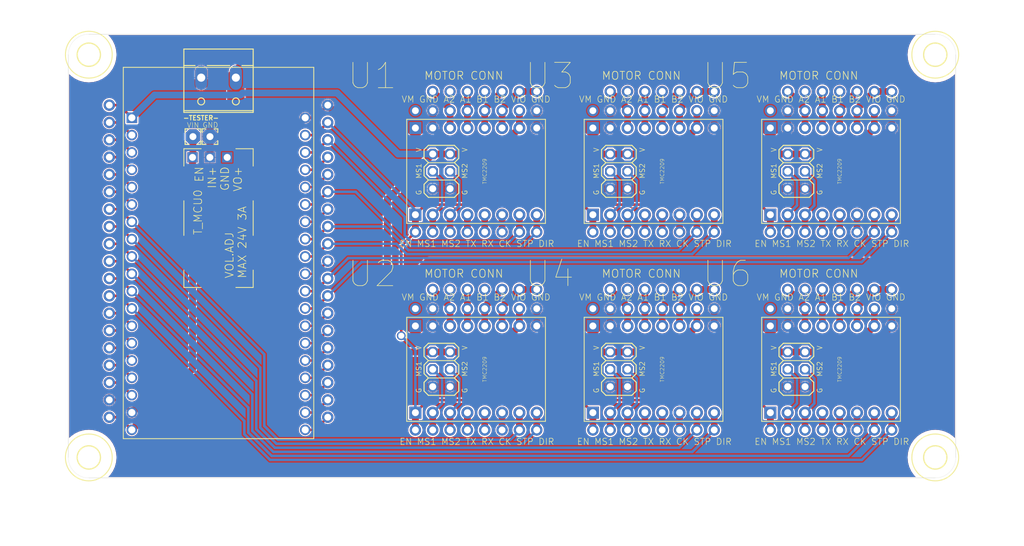
<source format=kicad_pcb>
(kicad_pcb (version 20211014) (generator pcbnew)
  (layers (0 "F.Cu" signal) (31 "B.Cu" signal) (34 "B.Paste" user) (35 "F.Paste" user) (36 "B.SilkS" user "B.Silkscreen") (37 "F.SilkS" user "F.Silkscreen") (38 "B.Mask" user) (39 "F.Mask" user) (44 "Edge.Cuts" user))
  (net 0 "")
  (net 1 "GND")
  (net 2 "VIN")
  (net 3 "EN")
  (net 4 "TX")
  (net 5 "RX")
  (net 6 "F_STEP")
  (net 7 "F_DIR")
  (net 8 "3V3")
  (net 9 "A2")
  (net 10 "A1")
  (net 11 "B1")
  (net 12 "B2")
  (net 13 "N$5")
  (net 14 "5V")
  (net 15 "N$8")
  (net 16 "N$9")
  (net 17 "N$10")
  (net 18 "N$11")
  (net 19 "N$12")
  (net 20 "N$19")
  (net 21 "N$20")
  (net 22 "N$21")
  (net 23 "N$22")
  (net 24 "N$23")
  (net 25 "N$25")
  (net 26 "N$26")
  (net 27 "N$27")
  (net 28 "N$28")
  (net 29 "N$29")
  (net 30 "N$30")
  (net 31 "N$33")
  (net 32 "N$36")
  (net 33 "N$38")
  (net 34 "N$4")
  (net 35 "TX2")
  (net 36 "RX2")
  (net 37 "A5")
  (net 38 "A6")
  (net 39 "B5")
  (net 40 "B6")
  (net 41 "N$7")
  (net 42 "TX3")
  (net 43 "RX3")
  (net 44 "A7")
  (net 45 "A8")
  (net 46 "B7")
  (net 47 "B8")
  (net 48 "N$24")
  (net 49 "TX5")
  (net 50 "RX5")
  (net 51 "A11")
  (net 52 "A12")
  (net 53 "B11")
  (net 54 "B12")
  (net 55 "N$43")
  (net 56 "TX7")
  (net 57 "RX7")
  (net 58 "A15")
  (net 59 "A16")
  (net 60 "B15")
  (net 61 "B16")
  (net 62 "N$45")
  (net 63 "TX9")
  (net 64 "RX9")
  (net 65 "A19")
  (net 66 "A20")
  (net 67 "B19")
  (net 68 "B20")
  (net 69 "N$47")
  (net 70 "A_MS1")
  (net 71 "A_MS2")
  (net 72 "A_STEP")
  (net 73 "A_DIR")
  (net 74 "B_MS1")
  (net 75 "B_MS2")
  (net 76 "B_STEP")
  (net 77 "B_DIR")
  (net 78 "D_MS1")
  (net 79 "D_MS2")
  (net 80 "D_STEP")
  (net 81 "D_DIR")
  (net 82 "C_MS1")
  (net 83 "C_MS2")
  (net 84 "C_STEP")
  (net 85 "C_DIR")
  (net 86 "E_MS1")
  (net 87 "E_MS2")
  (net 88 "E_STEP")
  (net 89 "E_DIR")
  (net 90 "F_MS1")
  (net 91 "F_MS2")
  (net 92 "P$444")
  (footprint "OST:3,2" (layer "F.Cu") (at 86.5011 134.5036)
    (fp_text reference "H3" hide)
    (fp_text value "MOUNT-HOLE3.2" hide)
  )
  (footprint "OST:3,2" (layer "F.Cu") (at 210.5011 75.5036 180)
    (fp_text reference "H2" hide)
    (fp_text value "MOUNT-HOLE3.2" hide)
  )
  (footprint "OST:19" (layer "F.Cu") (at 89.5011 128.6136 180)
    (fp_text reference "U$2" hide)
    (fp_text value "PINHD_1X19" hide)
  )
  (footprint "OST:MA03-2" (layer "F.Cu") (at 138.1511 121.5936 90)
    (fp_text reference "U$13" hide)
    (fp_text value "PINHD_3X2" hide)
  )
  (footprint "OST:W237-132" (layer "F.Cu") (at 105.5011 79.5036 180)
    (fp_text reference "X1" hide)
    (fp_text value "")
  )
  (footprint "OST:7" (layer "F.Cu") (at 136.8811 80.8936 90)
    (fp_text reference "U$6" hide)
    (fp_text value "PINHD_1X7" hide)
  )
  (footprint "OST:7" (layer "F.Cu") (at 188.8811 80.8936 90)
    (fp_text reference "U$26" hide)
    (fp_text value "PINHD_1X7" hide)
  )
  (footprint "OST:3,2" (layer "F.Cu") (at 210.5011 134.5036 180)
    (fp_text reference "H1" hide)
    (fp_text value "MOUNT-HOLE3.2" hide)
  )
  (footprint "OST:7" (layer "F.Cu") (at 188.8811 109.8936 90)
    (fp_text reference "U$42" hide)
    (fp_text value "PINHD_1X7" hide)
  )
  (footprint "OST:8" (layer "F.Cu") (at 160.3411 83.7036 90)
    (fp_text reference "U$15" hide)
    (fp_text value "PINHD_1X8" hide)
  )
  (footprint "OST:8" (layer "F.Cu") (at 178.1211 130.4836 -90)
    (fp_text reference "U$32" hide)
    (fp_text value "PINHD_1X8" hide)
  )
  (footprint "OST:TMC2209" (layer "F.Cu") (at 143.2311 92.5936 90)
    (fp_text reference "U1")
    (fp_text value "TMC2209_V3.1" hide)
  )
  (footprint "OST:8" (layer "F.Cu") (at 178.1211 101.4836 -90)
    (fp_text reference "U$16" hide)
    (fp_text value "PINHD_1X8" hide)
  )
  (footprint "OST:TMC2209" (layer "F.Cu") (at 143.2311 121.5936 90)
    (fp_text reference "U2")
    (fp_text value "TMC2209_V3.1" hide)
  )
  (footprint "OST:2,15_1,0" (layer "F.Cu") (at 101.7511 87.5036)
    (fp_text reference "PAD17" hide)
    (fp_text value "")
  )
  (footprint "OST:8" (layer "F.Cu") (at 152.1211 130.4836 -90)
    (fp_text reference "U$12" hide)
    (fp_text value "PINHD_1X8" hide)
  )
  (footprint "OST:TMC2209" (layer "F.Cu") (at 195.2311 92.5936 90)
    (fp_text reference "U5")
    (fp_text value "TMC2209_V3.1" hide)
  )
  (footprint "OST:MA03-2" (layer "F.Cu") (at 190.1511 92.5936 90)
    (fp_text reference "U$25" hide)
    (fp_text value "PINHD_3X2" hide)
  )
  (footprint "OST:8" (layer "F.Cu") (at 152.1211 101.4836 -90)
    (fp_text reference "U$4" hide)
    (fp_text value "PINHD_1X8" hide)
  )
  (footprint "OST:MA03-2" (layer "F.Cu") (at 164.1511 121.5936 90)
    (fp_text reference "U$33" hide)
    (fp_text value "PINHD_3X2" hide)
  )
  (footprint "OST:2,15_1,0" (layer "F.Cu") (at 104.2511 87.5036)
    (fp_text reference "PAD16" hide)
    (fp_text value "")
  )
  (footprint "OST:8" (layer "F.Cu") (at 186.3411 112.7036 90)
    (fp_text reference "U$39" hide)
    (fp_text value "PINHD_1X8" hide)
  )
  (footprint "OST:19" (layer "F.Cu") (at 121.5011 82.8936)
    (fp_text reference "U$1" hide)
    (fp_text value "PINHD_1X19" hide)
  )
  (footprint "OST:TMC2209" (layer "F.Cu") (at 195.2311 121.5936 90)
    (fp_text reference "U6")
    (fp_text value "TMC2209_V3.1" hide)
  )
  (footprint "OST:FREEVOL" (layer "F.Cu") (at 105.5011 99.4386 -90)
    (fp_text reference "T_MCU0")
    (fp_text value "VOL_ADJ" hide)
  )
  (footprint "OST:7" (layer "F.Cu") (at 136.8811 109.8936 90)
    (fp_text reference "U$14" hide)
    (fp_text value "PINHD_1X7" hide)
  )
  (footprint "OST:MODULE_ESP32-DEVKITC-32D" (layer "F.Cu") (at 105.5011 104.5036)
    (fp_text reference "MCU0" hide)
    (fp_text value "ESP32-DEVKITC-32D")
  )
  (footprint "OST:8" (layer "F.Cu") (at 204.1211 130.4836 -90)
    (fp_text reference "U$40" hide)
    (fp_text value "PINHD_1X8" hide)
  )
  (footprint "OST:MA03-2" (layer "F.Cu") (at 138.1511 92.5936 90)
    (fp_text reference "U$5" hide)
    (fp_text value "PINHD_3X2" hide)
  )
  (footprint "OST:8" (layer "F.Cu") (at 134.3411 83.7036 90)
    (fp_text reference "U$3" hide)
    (fp_text value "PINHD_1X8" hide)
  )
  (footprint "OST:8" (layer "F.Cu") (at 160.3411 112.7036 90)
    (fp_text reference "U$31" hide)
    (fp_text value "PINHD_1X8" hide)
  )
  (footprint "OST:8" (layer "F.Cu") (at 204.1211 101.4836 -90)
    (fp_text reference "U$24" hide)
    (fp_text value "PINHD_1X8" hide)
  )
  (footprint "OST:8" (layer "F.Cu") (at 134.3411 112.7036 90)
    (fp_text reference "U$11" hide)
    (fp_text value "PINHD_1X8" hide)
  )
  (footprint "OST:TMC2209" (layer "F.Cu") (at 169.2311 92.5936 90)
    (fp_text reference "U3")
    (fp_text value "TMC2209_V3.1" hide)
  )
  (footprint "OST:MA03-2" (layer "F.Cu") (at 164.1511 92.5936 90)
    (fp_text reference "U$17" hide)
    (fp_text value "PINHD_3X2" hide)
  )
  (footprint "OST:3,2" (layer "F.Cu") (at 86.5011 75.5036)
    (fp_text reference "H4" hide)
    (fp_text value "MOUNT-HOLE3.2" hide)
  )
  (footprint "OST:MA03-2" (layer "F.Cu") (at 190.1511 121.5936 90)
    (fp_text reference "U$41" hide)
    (fp_text value "PINHD_3X2" hide)
  )
  (footprint "OST:TMC2209" (layer "F.Cu") (at 169.2311 121.5936 90)
    (fp_text reference "U4")
    (fp_text value "TMC2209_V3.1" hide)
  )
  (footprint "OST:8" (layer "F.Cu") (at 186.3411 83.7036 90)
    (fp_text reference "U$23" hide)
    (fp_text value "PINHD_1X8" hide)
  )
  (footprint "OST:7" (layer "F.Cu") (at 162.8811 80.8936 90)
    (fp_text reference "U$18" hide)
    (fp_text value "PINHD_1X7" hide)
  )
  (footprint "OST:7" (layer "F.Cu") (at 162.8811 109.8936 90)
    (fp_text reference "U$34" hide)
    (fp_text value "PINHD_1X7" hide)
  )
  (gr_arc (start 213.5011 134.5036) (mid 212.62242 136.62492) (end 210.5011 137.5036) (layer "Edge.Cuts") (width 0.0254))
  (gr_arc (start 83.5011 75.5036) (mid 84.37978 73.38228) (end 86.5011 72.5036) (layer "Edge.Cuts") (width 0.0254))
  (gr_line (start 86.5011 137.5036) (end 210.5011 137.5036) (layer "Edge.Cuts") (width 0.05))
  (gr_line (start 83.5011 75.5036) (end 83.5011 134.5036) (layer "Edge.Cuts") (width 0.05))
  (gr_line (start 210.5011 72.5036) (end 86.5011 72.5036) (layer "Edge.Cuts") (width 0.05))
  (gr_arc (start 210.5011 72.5036) (mid 212.62242 73.38228) (end 213.5011 75.5036) (layer "Edge.Cuts") (width 0.0254))
  (gr_arc (start 86.5011 137.5036) (mid 84.37978 136.62492) (end 83.5011 134.5036) (layer "Edge.Cuts") (width 0.0254))
  (gr_line (start 213.5011 134.5036) (end 213.5011 75.5036) (layer "Edge.Cuts") (width 0.05))
  (gr_text "EN MS1 MS2 TX RX CK STP DIR" (at 169.3561 103.1936) (layer "F.SilkS") (effects (font (size 0.93472 0.93472) (thickness 0.08128))))
  (gr_text "" (at 105.2261 129.0386) (layer "F.SilkS") (effects (font (size 0.93472 0.93472) (thickness 0.08128)) (justify left)))
  (gr_text "MOTOR CONN" (at 141.4371 78.5744) (layer "F.SilkS") (effects (font (size 1.1684 1.1684) (thickness 0.1016))))
  (gr_text "EN MS1 MS2 TX RX CK STP DIR" (at 195.3561 132.1936) (layer "F.SilkS") (effects (font (size 0.93472 0.93472) (thickness 0.08128))))
  (gr_text "MOTOR CONN" (at 193.4371 78.5744) (layer "F.SilkS") (effects (font (size 1.1684 1.1684) (thickness 0.1016))))
  (gr_text "MOTOR CONN" (at 167.4371 107.5744) (layer "F.SilkS") (effects (font (size 1.1684 1.1684) (thickness 0.1016))))
  (gr_text "MOTOR CONN" (at 167.4371 78.5744) (layer "F.SilkS") (effects (font (size 1.1684 1.1684) (thickness 0.1016))))
  (gr_text "EN MS1 MS2 TX RX CK STP DIR" (at 143.3561 103.1936) (layer "F.SilkS") (effects (font (size 0.93472 0.93472) (thickness 0.08128))))
  (gr_text "VM GND A2 A1 B1 B2 VIO GND" (at 195.2261 111.0386) (layer "F.SilkS") (effects (font (size 0.93472 0.93472) (thickness 0.08128))))
  (gr_text "VIN" (at 101.7661 85.8338) (layer "F.SilkS") (effects (font (size 0.747776 0.747776) (thickness 0.065024))))
  (gr_text "VM GND A2 A1 B1 B2 VIO GND" (at 143.2261 111.0386) (layer "F.SilkS") (effects (font (size 0.93472 0.93472) (thickness 0.08128))))
  (gr_text "MOTOR CONN" (at 141.4371 107.5744) (layer "F.SilkS") (effects (font (size 1.1684 1.1684) (thickness 0.1016))))
  (gr_text "VM GND A2 A1 B1 B2 VIO GND" (at 195.2261 82.0386) (layer "F.SilkS") (effects (font (size 0.93472 0.93472) (thickness 0.08128))))
  (gr_text "GND" (at 104.3061 85.8084) (layer "F.SilkS") (effects (font (size 0.747776 0.747776) (thickness 0.065024))))
  (gr_text "EN MS1 MS2 TX RX CK STP DIR" (at 195.3561 103.1936) (layer "F.SilkS") (effects (font (size 0.93472 0.93472) (thickness 0.08128))))
  (gr_text "EN MS1 MS2 TX RX CK STP DIR" (at 143.3561 132.1936) (layer "F.SilkS") (effects (font (size 0.93472 0.93472) (thickness 0.08128))))
  (gr_text "EN MS1 MS2 TX RX CK STP DIR" (at 169.3561 132.1936) (layer "F.SilkS") (effects (font (size 0.93472 0.93472) (thickness 0.08128))))
  (gr_text "VM GND A2 A1 B1 B2 VIO GND" (at 143.2261 82.0386) (layer "F.SilkS") (effects (font (size 0.93472 0.93472) (thickness 0.08128))))
  (gr_text "MOTOR CONN" (at 193.4371 107.5744) (layer "F.SilkS") (effects (font (size 1.1684 1.1684) (thickness 0.1016))))
  (gr_text "VM GND A2 A1 B1 B2 VIO GND" (at 169.2261 111.0386) (layer "F.SilkS") (effects (font (size 0.93472 0.93472) (thickness 0.08128))))
  (gr_text "-TESTER-" (at 102.9361 84.7686) (layer "F.SilkS") (effects (font (size 0.666496 0.666496) (thickness 0.146304))))
  (gr_text "VM GND A2 A1 B1 B2 VIO GND" (at 169.2261 82.0386) (layer "F.SilkS") (effects (font (size 0.93472 0.93472) (thickness 0.08128))))
  (segment (start 121.5011 82.8936) (end 127.6971 89.0896) (width 1) (layer "F.Cu") (net 1))
  (segment (start 165.4211 95.1336) (end 188.8811 95.1336) (width 1) (layer "F.Cu") (net 1))
  (segment (start 188.8811 124.1336) (end 191.4211 124.1336) (width 1) (layer "F.Cu") (net 1))
  (segment (start 188.8811 112.7036) (end 188.8811 115.2436) (width 1) (layer "F.Cu") (net 1))
  (segment (start 162.8811 95.1336) (end 165.4211 95.1336) (width 1) (layer "F.Cu") (net 1))
  (segment (start 136.8811 83.7036) (end 136.8811 86.2436) (width 1) (layer "F.Cu") (net 1))
  (segment (start 162.8811 112.7036) (end 162.8811 115.2436) (width 1) (layer "F.Cu") (net 1))
  (segment (start 97.9791 122.7456) (end 97.9791 83.8506) (width 1) (layer "F.Cu") (net 1))
  (segment (start 191.4211 124.1336) (end 195.2311 124.1336) (width 1) (layer "F.Cu") (net 1))
  (segment (start 89.5011 126.0736) (end 90.9511 126.0736) (width 0.381) (layer "F.Cu") (net 1))
  (segment (start 204.1211 86.2436) (end 195.2311 95.1336) (width 1) (layer "F.Cu") (net 1))
  (segment (start 92.8011 127.9236) (end 97.9791 122.7456) (width 1) (layer "F.Cu") (net 1))
  (segment (start 204.1211 83.7036) (end 204.1211 86.2436) (width 1) (layer "F.Cu") (net 1))
  (segment (start 90.9511 126.0736) (end 92.8011 127.9236) (width 0.381) (layer "F.Cu") (net 1))
  (segment (start 119.6511 84.7436) (end 121.5011 82.8936) (width 0.381) (layer "F.Cu") (net 1))
  (segment (start 188.8811 124.1336) (end 165.4211 124.1336) (width 1) (layer "F.Cu") (net 1))
  (segment (start 152.1211 83.7036) (end 152.1211 86.2436) (width 1) (layer "F.Cu") (net 1))
  (segment (start 152.1211 112.7036) (end 152.1211 115.2436) (width 1) (layer "F.Cu") (net 1))
  (segment (start 136.8811 95.1336) (end 139.4211 95.1336) (width 1) (layer "F.Cu") (net 1))
  (segment (start 204.1211 112.7036) (end 204.1211 115.2436) (width 1) (layer "F.Cu") (net 1))
  (segment (start 178.1211 83.7036) (end 178.1211 86.2436) (width 1) (layer "F.Cu") (net 1))
  (segment (start 195.2311 124.1336) (end 204.1211 115.2436) (width 1) (layer "F.Cu") (net 1))
  (segment (start 162.8811 124.1336) (end 139.4211 124.1336) (width 1) (layer "F.Cu") (net 1))
  (segment (start 162.8811 124.1336) (end 165.4211 124.1336) (width 1) (layer "F.Cu") (net 1))
  (segment (start 188.8811 83.7036) (end 188.8811 86.2436) (width 1) (layer "F.Cu") (net 1))
  (segment (start 127.6971 117.9456) (end 133.8851 124.1336) (width 1) (layer "F.Cu") (net 1))
  (segment (start 104.2511 87.5036) (end 104.2511 90.5286) (width 1) (layer "F.Cu") (net 1))
  (segment (start 104.2511 90.5286) (end 104.2311 90.5486) (width 1) (layer "F.Cu") (net 1))
  (segment (start 118.2011 84.7436) (end 119.6511 84.7436) (width 0.381) (layer "F.Cu") (net 1))
  (segment (start 136.8811 124.1336) (end 139.4211 124.1336) (width 1) (layer "F.Cu") (net 1))
  (segment (start 133.8851 124.1336) (end 136.8811 124.1336) (width 1) (layer "F.Cu") (net 1))
  (segment (start 97.9791 83.8506) (end 102.9611 78.8686) (width 1) (layer "F.Cu") (net 1))
  (segment (start 102.9611 78.8686) (end 104.2511 80.1586) (width 1) (layer "F.Cu") (net 1))
  (segment (start 162.8811 83.7036) (end 162.8811 86.2436) (width 1) (layer "F.Cu") (net 1))
  (segment (start 136.8811 112.7036) (end 136.8811 115.2436) (width 1) (layer "F.Cu") (net 1))
  (segment (start 195.2311 95.1336) (end 191.4211 95.1336) (width 1) (layer "F.Cu") (net 1))
  (segment (start 127.6971 89.0896) (end 127.6971 117.9456) (width 1) (layer "F.Cu") (net 1))
  (segment (start 104.2511 80.1586) (end 104.2511 87.5036) (width 1) (layer "F.Cu") (net 1))
  (segment (start 188.8811 95.1336) (end 191.4211 95.1336) (width 1) (layer "F.Cu") (net 1))
  (segment (start 178.1211 112.7036) (end 178.1211 115.2436) (width 1) (layer "F.Cu") (net 1))
  (segment (start 139.4211 95.1336) (end 162.8811 95.1336) (width 1) (layer "F.Cu") (net 1))
  (segment (start 188.8811 86.2436) (end 188.8811 86.9876) (width 1) (layer "B.Cu") (net 1))
  (segment (start 204.1211 112.7036) (end 204.1211 112.073475) (width 1) (layer "B.Cu") (net 1))
  (segment (start 138.812387 116.8866) (end 153.7641 116.8866) (width 1) (layer "B.Cu") (net 1))
  (segment (start 115.4411 87.5036) (end 118.2011 84.7436) (width 1) (layer "B.Cu") (net 1))
  (segment (start 205.7133 110.481275) (end 205.7133 98.284088) (width 1) (layer "B.Cu") (net 1))
  (segment (start 162.8811 86.2436) (end 163.169387 86.2436) (width 1) (layer "B.Cu") (net 1))
  (segment (start 164.812387 87.8866) (end 153.7641 87.8866) (width 1) (layer "B.Cu") (net 1))
  (segment (start 153.7641 116.8866) (end 152.1211 115.2436) (width 1) (layer "B.Cu") (net 1))
  (segment (start 136.8811 115.2436) (end 137.169387 115.2436) (width 1) (layer "B.Cu") (net 1))
  (segment (start 204.1211 96.691888) (end 204.1211 86.2436) (width 1) (layer "B.Cu") (net 1))
  (segment (start 164.812387 87.8866) (end 179.7641 87.8866) (width 1) (layer "B.Cu") (net 1))
  (segment (start 190.5241 116.8866) (end 202.189812 116.8866) (width 1) (layer "B.Cu") (net 1))
  (segment (start 190.5241 116.8866) (end 188.8811 115.2436) (width 1) (layer "B.Cu") (net 1))
  (segment (start 153.7641 87.8866) (end 152.1211 86.2436) (width 1) (layer "B.Cu") (net 1))
  (segment (start 138.5241 87.8866) (end 136.8811 86.2436) (width 1) (layer "B.Cu") (net 1))
  (segment (start 104.2511 87.5036) (end 115.4411 87.5036) (width 1) (layer "B.Cu") (net 1))
  (segment (start 187.9821 87.8866) (end 202.4781 87.8866) (width 1) (layer "B.Cu") (net 1))
  (segment (start 153.7641 116.8866) (end 164.5241 116.8866) (width 1) (layer "B.Cu") (net 1))
  (segment (start 179.7641 116.8866) (end 178.1211 115.2436) (width 1) (layer "B.Cu") (net 1))
  (segment (start 202.4781 87.8866) (end 204.1211 86.2436) (width 1) (layer "B.Cu") (net 1))
  (segment (start 202.189812 116.8866) (end 203.832812 115.2436) (width 1) (layer "B.Cu") (net 1))
  (segment (start 163.169387 86.2436) (end 164.812387 87.8866) (width 1) (layer "B.Cu") (net 1))
  (segment (start 137.169387 115.2436) (end 138.812387 116.8866) (width 1) (layer "B.Cu") (net 1))
  (segment (start 179.7641 87.8866) (end 178.1211 86.2436) (width 1) (layer "B.Cu") (net 1))
  (segment (start 188.8811 86.9876) (end 187.9821 87.8866) (width 1) (layer "B.Cu") (net 1))
  (segment (start 179.7641 87.8866) (end 187.9821 87.8866) (width 1) (layer "B.Cu") (net 1))
  (segment (start 164.5241 116.8866) (end 162.8811 115.2436) (width 1) (layer "B.Cu") (net 1))
  (segment (start 203.832812 115.2436) (end 204.1211 115.2436) (width 1) (layer "B.Cu") (net 1))
  (segment (start 179.7641 116.8866) (end 190.5241 116.8866) (width 1) (layer "B.Cu") (net 1))
  (segment (start 205.7133 98.284088) (end 204.1211 96.691888) (width 1) (layer "B.Cu") (net 1))
  (segment (start 164.5241 116.8866) (end 179.7641 116.8866) (width 1) (layer "B.Cu") (net 1))
  (segment (start 153.7641 87.8866) (end 138.5241 87.8866) (width 1) (layer "B.Cu") (net 1))
  (segment (start 204.1211 112.073475) (end 205.7133 110.481275) (width 1) (layer "B.Cu") (net 1))
  (segment (start 160.3411 83.7036) (end 160.3411 86.2436) (width 2.54) (layer "F.Cu") (net 2))
  (segment (start 206.5011 106.5036) (end 188.5011 106.5036) (width 2.54) (layer "F.Cu") (net 2))
  (segment (start 183.5011 77.5036) (end 204.5011 77.5036) (width 2.54) (layer "F.Cu") (net 2))
  (segment (start 186.3411 112.7036) (end 186.3411 115.2436) (width 2.54) (layer "F.Cu") (net 2))
  (segment (start 204.5011 77.5036) (end 208.5011 81.5036) (width 2.54) (layer "F.Cu") (net 2))
  (segment (start 134.3411 80.3436) (end 131.5011 77.5036) (width 2.54) (layer "F.Cu") (net 2))
  (segment (start 108.0411 89.2786) (end 106.7711 90.5486) (width 2.54) (layer "F.Cu") (net 2))
  (segment (start 108.0411 78.8686) (end 109.4061 77.5036) (width 2.54) (layer "F.Cu") (net 2))
  (segment (start 208.5011 81.5036) (end 208.5011 104.5036) (width 2.54) (layer "F.Cu") (net 2))
  (segment (start 162.5011 106.5036) (end 136.5011 106.5036) (width 2.54) (layer "F.Cu") (net 2))
  (segment (start 131.5011 77.5036) (end 157.5011 77.5036) (width 2.54) (layer "F.Cu") (net 2))
  (segment (start 160.3411 108.6636) (end 162.5011 106.5036) (width 2.54) (layer "F.Cu") (net 2))
  (segment (start 108.0411 78.8686) (end 108.0411 89.2786) (width 2.54) (layer "F.Cu") (net 2))
  (segment (start 134.3411 108.6636) (end 134.3411 112.7036) (width 2.54) (layer "F.Cu") (net 2))
  (segment (start 160.3411 112.7036) (end 160.3411 115.2436) (width 2.54) (layer "F.Cu") (net 2))
  (segment (start 136.5011 106.5036) (end 134.3411 108.6636) (width 2.54) (layer "F.Cu") (net 2))
  (segment (start 208.5011 104.5036) (end 206.5011 106.5036) (width 2.54) (layer "F.Cu") (net 2))
  (segment (start 160.3411 112.7036) (end 160.3411 108.6636) (width 2.54) (layer "F.Cu") (net 2))
  (segment (start 109.4061 77.5036) (end 131.5011 77.5036) (width 2.54) (layer "F.Cu") (net 2))
  (segment (start 134.3411 83.7036) (end 134.3411 86.2436) (width 2.54) (layer "F.Cu") (net 2))
  (segment (start 188.5011 106.5036) (end 162.5011 106.5036) (width 2.54) (layer "F.Cu") (net 2))
  (segment (start 157.5011 77.5036) (end 183.5011 77.5036) (width 2.54) (layer "F.Cu") (net 2))
  (segment (start 160.3411 83.7036) (end 160.3411 80.3436) (width 2.54) (layer "F.Cu") (net 2))
  (segment (start 186.3411 108.6636) (end 188.5011 106.5036) (width 2.54) (layer "F.Cu") (net 2))
  (segment (start 134.3411 112.7036) (end 134.3411 115.2436) (width 2.54) (layer "F.Cu") (net 2))
  (segment (start 186.3411 83.7036) (end 186.3411 86.2436) (width 2.54) (layer "F.Cu") (net 2))
  (segment (start 160.3411 80.3436) (end 157.5011 77.5036) (width 2.54) (layer "F.Cu") (net 2))
  (segment (start 134.3411 83.7036) (end 134.3411 80.3436) (width 2.54) (layer "F.Cu") (net 2))
  (segment (start 186.3411 80.3436) (end 183.5011 77.5036) (width 2.54) (layer "F.Cu") (net 2))
  (segment (start 186.3411 112.7036) (end 186.3411 108.6636) (width 2.54) (layer "F.Cu") (net 2))
  (segment (start 186.3411 83.7036) (end 186.3411 80.3436) (width 2.54) (layer "F.Cu") (net 2))
  (segment (start 158.8661 97.4686) (end 184.8661 97.4686) (width 0.381) (layer "F.Cu") (net 3))
  (segment (start 136.1811 126.1036) (end 158.5011 126.1036) (width 0.381) (layer "F.Cu") (net 3))
  (segment (start 184.5011 126.1036) (end 186.3411 127.9436) (width 0.381) (layer "F.Cu") (net 3))
  (segment (start 184.8661 97.4686) (end 186.3411 98.9436) (width 0.381) (layer "F.Cu") (net 3))
  (segment (start 158.5011 126.1036) (end 160.3411 127.9436) (width 0.381) (layer "F.Cu") (net 3))
  (segment (start 186.3411 98.9436) (end 186.3411 101.4836) (width 1) (layer "F.Cu") (net 3))
  (segment (start 135.8161 97.4686) (end 158.8661 97.4686) (width 0.381) (layer "F.Cu") (net 3))
  (segment (start 132.2691 103.5556) (end 132.2691 116.6756) (width 0.381) (layer "F.Cu") (net 3))
  (segment (start 134.3411 101.4836) (end 132.2691 103.5556) (width 0.381) (layer "F.Cu") (net 3))
  (segment (start 134.3411 127.9436) (end 136.1811 126.1036) (width 0.381) (layer "F.Cu") (net 3))
  (segment (start 160.3411 98.9436) (end 160.3411 101.4836) (width 1) (layer "F.Cu") (net 3))
  (segment (start 158.8661 97.4686) (end 160.3411 98.9436) (width 0.381) (layer "F.Cu") (net 3))
  (segment (start 118.2011 87.2836) (end 119.6511 87.2836) (width 0.381) (layer "F.Cu") (net 3))
  (segment (start 158.5011 126.1036) (end 184.5011 126.1036) (width 0.381) (layer "F.Cu") (net 3))
  (segment (start 134.3411 127.9436) (end 134.3411 130.4836) (width 1) (layer "F.Cu") (net 3))
  (segment (start 186.3411 127.9436) (end 186.3411 130.4836) (width 1) (layer "F.Cu") (net 3))
  (segment (start 119.6511 87.2836) (end 121.5011 85.4336) (width 0.381) (layer "F.Cu") (net 3))
  (segment (start 134.3411 98.9436) (end 134.3411 101.4836) (width 1) (layer "F.Cu") (net 3))
  (segment (start 160.3411 127.9436) (end 160.3411 130.4836) (width 1) (layer "F.Cu") (net 3))
  (segment (start 134.3411 98.9436) (end 135.8161 97.4686) (width 0.381) (layer "F.Cu") (net 3))
  (via (at 132.2691 116.6756) (size 1.2954) (drill 0.889) (layers "F.Cu" "B.Cu") (net 3))
  (segment (start 134.3411 118.7476) (end 134.3411 127.9436) (width 0.381) (layer "B.Cu") (net 3))
  (segment (start 132.2691 116.6756) (end 134.3411 118.7476) (width 0.381) (layer "B.Cu") (net 3))
  (segment (start 134.3411 98.2736) (end 134.3411 98.9436) (width 0.381) (layer "B.Cu") (net 3))
  (segment (start 121.5011 85.4336) (end 134.3411 98.2736) (width 0.381) (layer "B.Cu") (net 3))
  (segment (start 141.9611 98.9436) (end 141.9611 101.4836) (width 1) (layer "F.Cu") (net 4))
  (segment (start 144.5011 98.9436) (end 144.5011 101.4836) (width 1) (layer "F.Cu") (net 5))
  (segment (start 201.5811 127.9436) (end 201.5811 130.4836) (width 1) (layer "F.Cu") (net 6))
  (segment (start 89.5011 108.2936) (end 90.9511 108.2936) (width 0.381) (layer "F.Cu") (net 6))
  (segment (start 90.9511 108.2936) (end 92.8011 110.1436) (width 0.381) (layer "F.Cu") (net 6))
  (segment (start 197.7869 134.2778) (end 201.5811 130.4836) (width 0.381) (layer "B.Cu") (net 6))
  (segment (start 92.8011 110.1436) (end 109.8663 127.2088) (width 0.381) (layer "B.Cu") (net 6))
  (segment (start 109.8663 130.85155) (end 113.29255 134.2778) (width 0.381) (layer "B.Cu") (net 6))
  (segment (start 113.29255 134.2778) (end 197.7869 134.2778) (width 0.381) (layer "B.Cu") (net 6))
  (segment (start 109.8663 127.2088) (end 109.8663 130.85155) (width 0.381) (layer "B.Cu") (net 6))
  (segment (start 204.1211 127.9436) (end 204.1211 130.4836) (width 1) (layer "F.Cu") (net 7))
  (segment (start 90.9511 110.8336) (end 92.8011 112.6836) (width 0.381) (layer "F.Cu") (net 7))
  (segment (start 89.5011 110.8336) (end 90.9511 110.8336) (width 0.381) (layer "F.Cu") (net 7))
  (segment (start 199.7411 134.8636) (end 204.1211 130.4836) (width 0.381) (layer "B.Cu") (net 7))
  (segment (start 109.2821 129.1646) (end 109.2821 131.093538) (width 0.381) (layer "B.Cu") (net 7))
  (segment (start 92.8011 112.6836) (end 109.2821 129.1646) (width 0.381) (layer "B.Cu") (net 7))
  (segment (start 113.052162 134.8636) (end 199.7411 134.8636) (width 0.381) (layer "B.Cu") (net 7))
  (segment (start 109.2821 131.093538) (end 113.052162 134.8636) (width 0.381) (layer "B.Cu") (net 7))
  (segment (start 175.5811 115.2436) (end 171.7711 119.0536) (width 1) (layer "F.Cu") (net 8))
  (segment (start 139.4211 90.0536) (end 145.7711 90.0536) (width 1) (layer "F.Cu") (net 8))
  (segment (start 165.4211 90.0536) (end 171.7711 90.0536) (width 1) (layer "F.Cu") (net 8))
  (segment (start 201.5811 112.7036) (end 201.5811 115.2436) (width 1) (layer "F.Cu") (net 8))
  (segment (start 188.8811 119.0536) (end 191.4211 119.0536) (width 1) (layer "F.Cu") (net 8))
  (segment (start 136.8811 90.0536) (end 130.2371 96.6976) (width 1) (layer "F.Cu") (net 8))
  (segment (start 201.5811 83.7036) (end 201.5811 86.2436) (width 1) (layer "F.Cu") (net 8))
  (segment (start 171.7711 90.0536) (end 175.5811 86.2436) (width 1) (layer "F.Cu") (net 8))
  (segment (start 145.7711 119.0536) (end 162.8811 119.0536) (width 1) (layer "F.Cu") (net 8))
  (segment (start 197.7711 90.0536) (end 201.5811 86.2436) (width 1) (layer "F.Cu") (net 8))
  (segment (start 171.7711 119.0536) (end 188.8811 119.0536) (width 1) (layer "F.Cu") (net 8))
  (segment (start 90.9511 82.8936) (end 92.8011 84.7436) (width 0.381) (layer "F.Cu") (net 8))
  (segment (start 188.8811 90.0536) (end 191.4211 90.0536) (width 1) (layer "F.Cu") (net 8))
  (segment (start 130.2371 116.581007) (end 132.709693 119.0536) (width 1) (layer "F.Cu") (net 8))
  (segment (start 162.8811 119.0536) (end 165.4211 119.0536) (width 1) (layer "F.Cu") (net 8))
  (segment (start 136.8811 90.0536) (end 139.4211 90.0536) (width 1) (layer "F.Cu") (net 8))
  (segment (start 136.8811 119.0536) (end 139.4211 119.0536) (width 1) (layer "F.Cu") (net 8))
  (segment (start 145.7711 90.0536) (end 162.8811 90.0536) (width 1) (layer "F.Cu") (net 8))
  (segment (start 171.7711 90.0536) (end 188.8811 90.0536) (width 1) (layer "F.Cu") (net 8))
  (segment (start 197.7711 119.0536) (end 201.5811 115.2436) (width 1) (layer "F.Cu") (net 8))
  (segment (start 175.5811 83.7036) (end 175.5811 86.2436) (width 1) (layer "F.Cu") (net 8))
  (segment (start 132.709693 119.0536) (end 136.8811 119.0536) (width 1) (layer "F.Cu") (net 8))
  (segment (start 149.5811 83.7036) (end 149.5811 86.2436) (width 1) (layer "F.Cu") (net 8))
  (segment (start 175.5811 112.7036) (end 175.5811 115.2436) (width 1) (layer "F.Cu") (net 8))
  (segment (start 191.4211 119.0536) (end 197.7711 119.0536) (width 1) (layer "F.Cu") (net 8))
  (segment (start 191.4211 90.0536) (end 197.7711 90.0536) (width 1) (layer "F.Cu") (net 8))
  (segment (start 149.5811 115.2436) (end 145.7711 119.0536) (width 1) (layer "F.Cu") (net 8))
  (segment (start 130.2371 96.6976) (end 130.2371 116.581007) (width 1) (layer "F.Cu") (net 8))
  (segment (start 149.5811 86.2436) (end 145.7711 90.0536) (width 1) (layer "F.Cu") (net 8))
  (segment (start 165.4211 119.0536) (end 171.7711 119.0536) (width 1) (layer "F.Cu") (net 8))
  (segment (start 149.5811 112.7036) (end 149.5811 115.2436) (width 1) (layer "F.Cu") (net 8))
  (segment (start 139.4211 119.0536) (end 145.7711 119.0536) (width 1) (layer "F.Cu") (net 8))
  (segment (start 162.8811 90.0536) (end 165.4211 90.0536) (width 1) (layer "F.Cu") (net 8))
  (segment (start 89.5011 82.8936) (end 90.9511 82.8936) (width 0.381) (layer "F.Cu") (net 8))
  (segment (start 122.8711 81.1156) (end 131.8091 90.0536) (width 1) (layer "B.Cu") (net 8))
  (segment (start 131.8091 90.0536) (end 136.8811 90.0536) (width 1) (layer "B.Cu") (net 8))
  (segment (start 108.724287 81.4133) (end 109.021987 81.1156) (width 1) (layer "B.Cu") (net 8))
  (segment (start 109.021987 81.1156) (end 122.8711 81.1156) (width 1) (layer "B.Cu") (net 8))
  (segment (start 92.8011 84.7436) (end 96.1314 81.4133) (width 1) (layer "B.Cu") (net 8))
  (segment (start 96.1314 81.4133) (end 108.724287 81.4133) (width 1) (layer "B.Cu") (net 8))
  (segment (start 139.4211 83.4336) (end 139.4211 83.7036) (width 1) (layer "F.Cu") (net 9))
  (segment (start 139.4211 83.7036) (end 139.4211 86.2436) (width 1) (layer "F.Cu") (net 9))
  (segment (start 136.8811 80.8936) (end 139.4211 83.4336) (width 1) (layer "F.Cu") (net 9))
  (segment (start 141.9611 83.7036) (end 141.9611 80.8936) (width 1) (layer "F.Cu") (net 10))
  (segment (start 141.9611 86.2436) (end 141.9611 83.7036) (width 1) (layer "F.Cu") (net 10))
  (segment (start 144.5011 83.4336) (end 147.0411 80.8936) (width 1) (layer "F.Cu") (net 11))
  (segment (start 144.5011 83.7036) (end 144.5011 83.4336) (width 1) (layer "F.Cu") (net 11))
  (segment (start 144.5011 86.2436) (end 144.5011 83.7036) (width 1) (layer "F.Cu") (net 11))
  (segment (start 147.0411 83.7036) (end 147.0411 83.4336) (width 1) (layer "F.Cu") (net 12))
  (segment (start 149.5811 80.8936) (end 152.1211 80.8936) (width 1) (layer "F.Cu") (net 12))
  (segment (start 147.0411 83.4336) (end 149.5811 80.8936) (width 1) (layer "F.Cu") (net 12))
  (segment (start 147.0411 86.2436) (end 147.0411 83.7036) (width 1) (layer "F.Cu") (net 12))
  (segment (start 119.6511 130.4636) (end 121.5011 128.6136) (width 0.381) (layer "F.Cu") (net 13))
  (segment (start 118.2011 130.4636) (end 119.6511 130.4636) (width 0.381) (layer "F.Cu") (net 13))
  (segment (start 90.9511 128.6136) (end 92.8011 130.4636) (width 0.381) (layer "F.Cu") (net 14))
  (segment (start 89.5011 128.6136) (end 90.9511 128.6136) (width 0.381) (layer "F.Cu") (net 14))
  (segment (start 101.6911 121.5736) (end 92.8011 130.4636) (width 1) (layer "F.Cu") (net 14))
  (segment (start 101.7511 90.4886) (end 101.6911 90.5486) (width 1) (layer "F.Cu") (net 14))
  (segment (start 101.6911 90.5486) (end 101.6911 121.5736) (width 1) (layer "F.Cu") (net 14))
  (segment (start 101.7511 87.5036) (end 101.7511 90.4886) (width 1) (layer "F.Cu") (net 14))
  (segment (start 90.9511 85.4336) (end 92.8011 87.2836) (width 0.381) (layer "F.Cu") (net 15))
  (segment (start 89.5011 85.4336) (end 90.9511 85.4336) (width 0.381) (layer "F.Cu") (net 15))
  (segment (start 90.9511 87.9736) (end 92.8011 89.8236) (width 0.381) (layer "F.Cu") (net 16))
  (segment (start 89.5011 87.9736) (end 90.9511 87.9736) (width 0.381) (layer "F.Cu") (net 16))
  (segment (start 90.9511 90.5136) (end 92.8011 92.3636) (width 0.381) (layer "F.Cu") (net 17))
  (segment (start 89.5011 90.5136) (end 90.9511 90.5136) (width 0.381) (layer "F.Cu") (net 17))
  (segment (start 89.5011 93.0536) (end 90.9511 93.0536) (width 0.381) (layer "F.Cu") (net 18))
  (segment (start 90.9511 93.0536) (end 92.8011 94.9036) (width 0.381) (layer "F.Cu") (net 18))
  (segment (start 89.5011 95.5936) (end 90.9511 95.5936) (width 0.381) (layer "F.Cu") (net 19))
  (segment (start 90.9511 95.5936) (end 92.8011 97.4436) (width 0.381) (layer "F.Cu") (net 19))
  (segment (start 90.9511 113.3736) (end 92.8011 115.2236) (width 0.381) (layer "F.Cu") (net 20))
  (segment (start 89.5011 113.3736) (end 90.9511 113.3736) (width 0.381) (layer "F.Cu") (net 20))
  (segment (start 90.9511 115.9136) (end 92.8011 117.7636) (width 0.381) (layer "F.Cu") (net 21))
  (segment (start 89.5011 115.9136) (end 90.9511 115.9136) (width 0.381) (layer "F.Cu") (net 21))
  (segment (start 89.5011 118.4536) (end 90.9511 118.4536) (width 0.381) (layer "F.Cu") (net 22))
  (segment (start 90.9511 118.4536) (end 92.8011 120.3036) (width 0.381) (layer "F.Cu") (net 22))
  (segment (start 89.5011 120.9936) (end 90.9511 120.9936) (width 0.381) (layer "F.Cu") (net 23))
  (segment (start 90.9511 120.9936) (end 92.8011 122.8436) (width 0.381) (layer "F.Cu") (net 23))
  (segment (start 90.9511 123.5336) (end 92.8011 125.3836) (width 0.381) (layer "F.Cu") (net 24))
  (segment (start 89.5011 123.5336) (end 90.9511 123.5336) (width 0.381) (layer "F.Cu") (net 24))
  (segment (start 119.6511 127.9236) (end 121.5011 126.0736) (width 0.381) (layer "F.Cu") (net 25))
  (segment (start 118.2011 127.9236) (end 119.6511 127.9236) (width 0.381) (layer "F.Cu") (net 25))
  (segment (start 119.6511 125.3836) (end 121.5011 123.5336) (width 0.381) (layer "F.Cu") (net 26))
  (segment (start 118.2011 125.3836) (end 119.6511 125.3836) (width 0.381) (layer "F.Cu") (net 26))
  (segment (start 119.6511 122.8436) (end 121.5011 120.9936) (width 0.381) (layer "F.Cu") (net 27))
  (segment (start 118.2011 122.8436) (end 119.6511 122.8436) (width 0.381) (layer "F.Cu") (net 27))
  (segment (start 118.2011 120.3036) (end 119.6511 120.3036) (width 0.381) (layer "F.Cu") (net 28))
  (segment (start 119.6511 120.3036) (end 121.5011 118.4536) (width 0.381) (layer "F.Cu") (net 28))
  (segment (start 119.6511 117.7636) (end 121.5011 115.9136) (width 0.381) (layer "F.Cu") (net 29))
  (segment (start 118.2011 117.7636) (end 119.6511 117.7636) (width 0.381) (layer "F.Cu") (net 29))
  (segment (start 119.6511 115.2236) (end 121.5011 113.3736) (width 0.381) (layer "F.Cu") (net 30))
  (segment (start 118.2011 115.2236) (end 119.6511 115.2236) (width 0.381) (layer "F.Cu") (net 30))
  (segment (start 119.6511 107.6036) (end 121.5011 105.7536) (width 0.381) (layer "F.Cu") (net 31))
  (segment (start 118.2011 107.6036) (end 119.6511 107.6036) (width 0.381) (layer "F.Cu") (net 31))
  (segment (start 118.2011 99.9836) (end 119.6511 99.9836) (width 0.381) (layer "F.Cu") (net 32))
  (segment (start 119.6511 99.9836) (end 121.5011 98.1336) (width 0.381) (layer "F.Cu") (net 32))
  (segment (start 118.2011 94.9036) (end 119.6511 94.9036) (width 0.381) (layer "F.Cu") (net 33))
  (segment (start 119.6511 94.9036) (end 121.5011 93.0536) (width 0.381) (layer "F.Cu") (net 33))
  (segment (start 147.0411 98.9436) (end 147.0411 101.4836) (width 1) (layer "F.Cu") (net 34))
  (segment (start 141.9611 127.9436) (end 141.9611 130.4836) (width 1) (layer "F.Cu") (net 35))
  (segment (start 144.5011 127.9436) (end 144.5011 130.4836) (width 1) (layer "F.Cu") (net 36))
  (segment (start 136.8811 109.8936) (end 139.4211 112.4336) (width 1) (layer "F.Cu") (net 37))
  (segment (start 139.4211 112.7036) (end 139.4211 115.2436) (width 1) (layer "F.Cu") (net 37))
  (segment (start 139.4211 112.4336) (end 139.4211 112.7036) (width 1) (layer "F.Cu") (net 37))
  (segment (start 141.9611 112.7036) (end 141.9611 109.8936) (width 1) (layer "F.Cu") (net 38))
  (segment (start 141.9611 115.2436) (end 141.9611 112.7036) (width 1) (layer "F.Cu") (net 38))
  (segment (start 144.5011 115.2436) (end 144.5011 112.7036) (width 1) (layer "F.Cu") (net 39))
  (segment (start 144.5011 112.7036) (end 144.5011 112.4336) (width 1) (layer "F.Cu") (net 39))
  (segment (start 144.5011 112.4336) (end 147.0411 109.8936) (width 1) (layer "F.Cu") (net 39))
  (segment (start 147.0411 115.2436) (end 147.0411 112.7036) (width 1) (layer "F.Cu") (net 40))
  (segment (start 149.5811 109.8936) (end 152.1211 109.8936) (width 1) (layer "F.Cu") (net 40))
  (segment (start 147.0411 112.7036) (end 147.0411 112.4336) (width 1) (layer "F.Cu") (net 40))
  (segment (start 147.0411 112.4336) (end 149.5811 109.8936) (width 1) (layer "F.Cu") (net 40))
  (segment (start 147.0411 127.9436) (end 147.0411 130.4836) (width 1) (layer "F.Cu") (net 41))
  (segment (start 167.9611 98.9436) (end 167.9611 101.4836) (width 1) (layer "F.Cu") (net 42))
  (segment (start 170.5011 98.9436) (end 170.5011 101.4836) (width 1) (layer "F.Cu") (net 43))
  (segment (start 162.8811 80.8936) (end 165.4211 83.4336) (width 1) (layer "F.Cu") (net 44))
  (segment (start 165.4211 83.7036) (end 165.4211 86.2436) (width 1) (layer "F.Cu") (net 44))
  (segment (start 165.4211 83.4336) (end 165.4211 83.7036) (width 1) (layer "F.Cu") (net 44))
  (segment (start 167.9611 86.2436) (end 167.9611 83.7036) (width 1) (layer "F.Cu") (net 45))
  (segment (start 167.9611 83.7036) (end 167.9611 80.8936) (width 1) (layer "F.Cu") (net 45))
  (segment (start 170.5011 83.4336) (end 173.0411 80.8936) (width 1) (layer "F.Cu") (net 46))
  (segment (start 170.5011 83.7036) (end 170.5011 83.4336) (width 1) (layer "F.Cu") (net 46))
  (segment (start 170.5011 86.2436) (end 170.5011 83.7036) (width 1) (layer "F.Cu") (net 46))
  (segment (start 173.0411 86.2436) (end 173.0411 83.7036) (width 1) (layer "F.Cu") (net 47))
  (segment (start 173.0411 83.4336) (end 175.5811 80.8936) (width 1) (layer "F.Cu") (net 47))
  (segment (start 173.0411 83.7036) (end 173.0411 83.4336) (width 1) (layer "F.Cu") (net 47))
  (segment (start 175.5811 80.8936) (end 178.1211 80.8936) (width 1) (layer "F.Cu") (net 47))
  (segment (start 173.0411 98.9436) (end 173.0411 101.4836) (width 1) (layer "F.Cu") (net 48))
  (segment (start 193.9611 98.9436) (end 193.9611 101.4836) (width 1) (layer "F.Cu") (net 49))
  (segment (start 196.5011 98.9436) (end 196.5011 101.4836) (width 1) (layer "F.Cu") (net 50))
  (segment (start 191.4211 83.7036) (end 191.4211 86.2436) (width 1) (layer "F.Cu") (net 51))
  (segment (start 188.8811 80.8936) (end 191.4211 83.4336) (width 1) (layer "F.Cu") (net 51))
  (segment (start 191.4211 83.4336) (end 191.4211 83.7036) (width 1) (layer "F.Cu") (net 51))
  (segment (start 193.9611 86.2436) (end 193.9611 83.7036) (width 1) (layer "F.Cu") (net 52))
  (segment (start 193.9611 83.7036) (end 193.9611 80.8936) (width 1) (layer "F.Cu") (net 52))
  (segment (start 196.5011 83.4336) (end 199.0411 80.8936) (width 1) (layer "F.Cu") (net 53))
  (segment (start 196.5011 86.2436) (end 196.5011 83.7036) (width 1) (layer "F.Cu") (net 53))
  (segment (start 196.5011 83.7036) (end 196.5011 83.4336) (width 1) (layer "F.Cu") (net 53))
  (segment (start 199.0411 83.7036) (end 199.0411 83.4336) (width 1) (layer "F.Cu") (net 54))
  (segment (start 199.0411 86.2436) (end 199.0411 83.7036) (width 1) (layer "F.Cu") (net 54))
  (segment (start 199.0411 83.4336) (end 201.5811 80.8936) (width 1) (layer "F.Cu") (net 54))
  (segment (start 201.5811 80.8936) (end 204.1211 80.8936) (width 1) (layer "F.Cu") (net 54))
  (segment (start 199.0411 98.9436) (end 199.0411 101.4836) (width 1) (layer "F.Cu") (net 55))
  (segment (start 167.9611 127.9436) (end 167.9611 130.4836) (width 1) (layer "F.Cu") (net 56))
  (segment (start 170.5011 127.9436) (end 170.5011 130.4836) (width 1) (layer "F.Cu") (net 57))
  (segment (start 165.4211 112.7036) (end 165.4211 115.2436) (width 1) (layer "F.Cu") (net 58))
  (segment (start 162.8811 109.8936) (end 165.4211 112.4336) (width 1) (layer "F.Cu") (net 58))
  (segment (start 165.4211 112.4336) (end 165.4211 112.7036) (width 1) (layer "F.Cu") (net 58))
  (segment (start 167.9611 115.2436) (end 167.9611 112.7036) (width 1) (layer "F.Cu") (net 59))
  (segment (start 167.9611 112.7036) (end 167.9611 109.8936) (width 1) (layer "F.Cu") (net 59))
  (segment (start 170.5011 115.2436) (end 170.5011 112.7036) (width 1) (layer "F.Cu") (net 60))
  (segment (start 170.5011 112.4336) (end 173.0411 109.8936) (width 1) (layer "F.Cu") (net 60))
  (segment (start 170.5011 112.7036) (end 170.5011 112.4336) (width 1) (layer "F.Cu") (net 60))
  (segment (start 173.0411 112.4336) (end 175.5811 109.8936) (width 1) (layer "F.Cu") (net 61))
  (segment (start 173.0411 112.7036) (end 173.0411 112.4336) (width 1) (layer "F.Cu") (net 61))
  (segment (start 175.5811 109.8936) (end 178.1211 109.8936) (width 1) (layer "F.Cu") (net 61))
  (segment (start 173.0411 115.2436) (end 173.0411 112.7036) (width 1) (layer "F.Cu") (net 61))
  (segment (start 173.0411 127.9436) (end 173.0411 130.4836) (width 1) (layer "F.Cu") (net 62))
  (segment (start 193.9611 127.9436) (end 193.9611 130.4836) (width 1) (layer "F.Cu") (net 63))
  (segment (start 196.5011 127.9436) (end 196.5011 130.4836) (width 1) (layer "F.Cu") (net 64))
  (segment (start 191.4211 112.4336) (end 191.4211 112.7036) (width 1) (layer "F.Cu") (net 65))
  (segment (start 191.4211 112.7036) (end 191.4211 115.2436) (width 1) (layer "F.Cu") (net 65))
  (segment (start 188.8811 109.8936) (end 191.4211 112.4336) (width 1) (layer "F.Cu") (net 65))
  (segment (start 193.9611 115.2436) (end 193.9611 112.7036) (width 1) (layer "F.Cu") (net 66))
  (segment (start 193.9611 112.7036) (end 193.9611 109.8936) (width 1) (layer "F.Cu") (net 66))
  (segment (start 196.5011 112.7036) (end 196.5011 112.4336) (width 1) (layer "F.Cu") (net 67))
  (segment (start 196.5011 115.2436) (end 196.5011 112.7036) (width 1) (layer "F.Cu") (net 67))
  (segment (start 196.5011 112.4336) (end 199.0411 109.8936) (width 1) (layer "F.Cu") (net 67))
  (segment (start 199.0411 112.4336) (end 201.5811 109.8936) (width 1) (layer "F.Cu") (net 68))
  (segment (start 199.0411 115.2436) (end 199.0411 112.7036) (width 1) (layer "F.Cu") (net 68))
  (segment (start 201.5811 109.8936) (end 204.1211 109.8936) (width 1) (layer "F.Cu") (net 68))
  (segment (start 199.0411 112.7036) (end 199.0411 112.4336) (width 1) (layer "F.Cu") (net 68))
  (segment (start 199.0411 127.9436) (end 199.0411 130.4836) (width 1) (layer "F.Cu") (net 69))
  (segment (start 136.8811 98.9436) (end 136.8811 101.4836) (width 1) (layer "F.Cu") (net 70))
  (segment (start 136.8811 98.9436) (end 138.2461 97.5786) (width 0.381) (layer "B.Cu") (net 70))
  (segment (start 136.8811 92.5936) (end 138.2461 93.9586) (width 0.381) (layer "B.Cu") (net 70))
  (segment (start 138.2461 97.5786) (end 138.2461 93.9586) (width 0.381) (layer "B.Cu") (net 70))
  (segment (start 139.4211 98.9436) (end 139.4211 101.4836) (width 1) (layer "F.Cu") (net 71))
  (segment (start 140.7861 93.9586) (end 139.4211 92.5936) (width 0.381) (layer "B.Cu") (net 71))
  (segment (start 140.7861 97.5786) (end 140.7861 93.9586) (width 0.381) (layer "B.Cu") (net 71))
  (segment (start 139.4211 98.9436) (end 140.7861 97.5786) (width 0.381) (layer "B.Cu") (net 71))
  (segment (start 149.5811 98.9436) (end 149.5811 101.4836) (width 1) (layer "F.Cu") (net 72))
  (segment (start 119.6511 89.8236) (end 121.5011 87.9736) (width 0.381) (layer "F.Cu") (net 72))
  (segment (start 118.2011 89.8236) (end 119.6511 89.8236) (width 0.381) (layer "F.Cu") (net 72))
  (segment (start 132.7771 99.2496) (end 132.7771 101.9436) (width 0.381) (layer "B.Cu") (net 72))
  (segment (start 132.7771 101.9436) (end 133.7931 102.9596) (width 0.381) (layer "B.Cu") (net 72))
  (segment (start 148.1051 102.9596) (end 149.5811 101.4836) (width 0.381) (layer "B.Cu") (net 72))
  (segment (start 133.7931 102.9596) (end 148.1051 102.9596) (width 0.381) (layer "B.Cu") (net 72))
  (segment (start 121.5011 87.9736) (end 132.7771 99.2496) (width 0.381) (layer "B.Cu") (net 72))
  (segment (start 152.1211 98.9436) (end 152.1211 101.4836) (width 1) (layer "F.Cu") (net 73))
  (segment (start 119.6511 97.4436) (end 121.5011 95.5936) (width 0.381) (layer "F.Cu") (net 73))
  (segment (start 118.2011 97.4436) (end 119.6511 97.4436) (width 0.381) (layer "F.Cu") (net 73))
  (segment (start 125.600912 95.5936) (end 133.551112 103.5438) (width 0.381) (layer "B.Cu") (net 73))
  (segment (start 121.5011 95.5936) (end 125.600912 95.5936) (width 0.381) (layer "B.Cu") (net 73))
  (segment (start 133.551112 103.5438) (end 150.0609 103.5438) (width 0.381) (layer "B.Cu") (net 73))
  (segment (start 150.0609 103.5438) (end 152.1211 101.4836) (width 0.381) (layer "B.Cu") (net 73))
  (segment (start 136.8811 127.9436) (end 136.8811 130.4836) (width 1) (layer "F.Cu") (net 74))
  (segment (start 138.2461 126.5786) (end 138.2461 122.9586) (width 0.381) (layer "B.Cu") (net 74))
  (segment (start 136.8811 127.9436) (end 138.2461 126.5786) (width 0.381) (layer "B.Cu") (net 74))
  (segment (start 136.8811 121.5936) (end 138.2461 122.9586) (width 0.381) (layer "B.Cu") (net 74))
  (segment (start 139.4211 127.9436) (end 139.4211 130.4836) (width 1) (layer "F.Cu") (net 75))
  (segment (start 139.4211 127.9436) (end 140.7861 126.5786) (width 0.381) (layer "B.Cu") (net 75))
  (segment (start 139.4211 121.5936) (end 140.7861 122.9586) (width 0.381) (layer "B.Cu") (net 75))
  (segment (start 140.7861 122.9586) (end 140.7861 126.5786) (width 0.381) (layer "B.Cu") (net 75))
  (segment (start 89.5011 98.1336) (end 90.9511 98.1336) (width 0.381) (layer "F.Cu") (net 76))
  (segment (start 149.5811 127.9436) (end 149.5811 130.4836) (width 1) (layer "F.Cu") (net 76))
  (segment (start 90.9511 98.1336) (end 92.8011 99.9836) (width 0.381) (layer "F.Cu") (net 76))
  (segment (start 148.2711 131.9156) (end 149.5811 130.6056) (width 0.381) (layer "B.Cu") (net 76))
  (segment (start 112.2031 119.3856) (end 112.2031 129.8836) (width 0.381) (layer "B.Cu") (net 76))
  (segment (start 114.2351 131.9156) (end 148.2711 131.9156) (width 0.381) (layer "B.Cu") (net 76))
  (segment (start 149.5811 130.6056) (end 149.5811 130.4836) (width 0.381) (layer "B.Cu") (net 76))
  (segment (start 92.8011 99.9836) (end 112.2031 119.3856) (width 0.381) (layer "B.Cu") (net 76))
  (segment (start 112.2031 129.8836) (end 114.2351 131.9156) (width 0.381) (layer "B.Cu") (net 76))
  (segment (start 89.5011 100.6736) (end 90.9511 100.6736) (width 0.381) (layer "F.Cu") (net 77))
  (segment (start 152.1211 127.9436) (end 152.1211 130.4836) (width 1) (layer "F.Cu") (net 77))
  (segment (start 90.9511 100.6736) (end 92.8011 102.5236) (width 0.381) (layer "F.Cu") (net 77))
  (segment (start 111.6189 130.125588) (end 113.993112 132.4998) (width 0.381) (layer "B.Cu") (net 77))
  (segment (start 111.6189 121.3414) (end 111.6189 130.125588) (width 0.381) (layer "B.Cu") (net 77))
  (segment (start 150.1049 132.4998) (end 152.1211 130.4836) (width 0.381) (layer "B.Cu") (net 77))
  (segment (start 113.993112 132.4998) (end 150.1049 132.4998) (width 0.381) (layer "B.Cu") (net 77))
  (segment (start 92.8011 102.5236) (end 111.6189 121.3414) (width 0.381) (layer "B.Cu") (net 77))
  (segment (start 162.8811 127.9436) (end 162.8811 130.4836) (width 1) (layer "F.Cu") (net 78))
  (segment (start 162.8811 127.9436) (end 164.2461 126.5786) (width 0.381) (layer "B.Cu") (net 78))
  (segment (start 164.2461 126.5786) (end 164.2461 122.9586) (width 0.381) (layer "B.Cu") (net 78))
  (segment (start 162.8811 121.5936) (end 164.2461 122.9586) (width 0.381) (layer "B.Cu") (net 78))
  (segment (start 165.4211 127.9436) (end 165.4211 130.4836) (width 1) (layer "F.Cu") (net 79))
  (segment (start 166.7861 126.5786) (end 166.7861 122.9586) (width 0.381) (layer "B.Cu") (net 79))
  (segment (start 166.7861 122.9586) (end 165.4211 121.5936) (width 0.381) (layer "B.Cu") (net 79))
  (segment (start 165.4211 127.9436) (end 166.7861 126.5786) (width 0.381) (layer "B.Cu") (net 79))
  (segment (start 175.5811 127.9436) (end 175.5811 130.4836) (width 1) (layer "F.Cu") (net 80))
  (segment (start 89.5011 103.2136) (end 90.9511 103.2136) (width 0.381) (layer "F.Cu") (net 80))
  (segment (start 90.9511 103.2136) (end 92.8011 105.0636) (width 0.381) (layer "F.Cu") (net 80))
  (segment (start 111.0347 130.367575) (end 113.751125 133.084) (width 0.381) (layer "B.Cu") (net 80))
  (segment (start 172.9807 133.084) (end 175.5811 130.4836) (width 0.381) (layer "B.Cu") (net 80))
  (segment (start 92.8011 105.0636) (end 111.0347 123.2972) (width 0.381) (layer "B.Cu") (net 80))
  (segment (start 111.0347 123.2972) (end 111.0347 130.367575) (width 0.381) (layer "B.Cu") (net 80))
  (segment (start 113.751125 133.084) (end 172.9807 133.084) (width 0.381) (layer "B.Cu") (net 80))
  (segment (start 178.1211 127.9436) (end 178.1211 130.4836) (width 1) (layer "F.Cu") (net 81))
  (segment (start 90.9511 105.7536) (end 92.8011 107.6036) (width 0.381) (layer "F.Cu") (net 81))
  (segment (start 89.5011 105.7536) (end 90.9511 105.7536) (width 0.381) (layer "F.Cu") (net 81))
  (segment (start 110.4505 130.609563) (end 113.534537 133.6936) (width 0.381) (layer "B.Cu") (net 81))
  (segment (start 92.8011 107.6036) (end 110.4505 125.253) (width 0.381) (layer "B.Cu") (net 81))
  (segment (start 113.534537 133.6936) (end 174.9111 133.6936) (width 0.381) (layer "B.Cu") (net 81))
  (segment (start 174.9111 133.6936) (end 178.1211 130.4836) (width 0.381) (layer "B.Cu") (net 81))
  (segment (start 110.4505 125.253) (end 110.4505 130.609563) (width 0.381) (layer "B.Cu") (net 81))
  (segment (start 162.8811 98.9436) (end 162.8811 101.4836) (width 1) (layer "F.Cu") (net 82))
  (segment (start 162.8811 98.9436) (end 164.2461 97.5786) (width 0.381) (layer "B.Cu") (net 82))
  (segment (start 164.2461 97.5786) (end 164.2461 93.9586) (width 0.381) (layer "B.Cu") (net 82))
  (segment (start 162.8811 92.5936) (end 164.2461 93.9586) (width 0.381) (layer "B.Cu") (net 82))
  (segment (start 165.4211 98.9436) (end 165.4211 101.4836) (width 1) (layer "F.Cu") (net 83))
  (segment (start 166.7861 97.5786) (end 166.7861 93.9586) (width 0.381) (layer "B.Cu") (net 83))
  (segment (start 165.4211 98.9436) (end 166.7861 97.5786) (width 0.381) (layer "B.Cu") (net 83))
  (segment (start 166.7861 93.9586) (end 165.4211 92.5936) (width 0.381) (layer "B.Cu") (net 83))
  (segment (start 175.5811 98.9436) (end 175.5811 101.4836) (width 1) (layer "F.Cu") (net 84))
  (segment (start 119.6511 102.5236) (end 121.5011 100.6736) (width 0.381) (layer "F.Cu") (net 84))
  (segment (start 118.2011 102.5236) (end 119.6511 102.5236) (width 0.381) (layer "F.Cu") (net 84))
  (segment (start 133.309125 104.128) (end 172.9367 104.128) (width 0.381) (layer "B.Cu") (net 84))
  (segment (start 172.9367 104.128) (end 175.5811 101.4836) (width 0.381) (layer "B.Cu") (net 84))
  (segment (start 121.5011 100.6736) (end 129.854725 100.6736) (width 0.381) (layer "B.Cu") (net 84))
  (segment (start 129.854725 100.6736) (end 133.309125 104.128) (width 0.381) (layer "B.Cu") (net 84))
  (segment (start 119.6511 105.0636) (end 121.5011 103.2136) (width 0.381) (layer "F.Cu") (net 85))
  (segment (start 178.1211 98.9436) (end 178.1211 101.4836) (width 1) (layer "F.Cu") (net 85))
  (segment (start 118.2011 105.0636) (end 119.6511 105.0636) (width 0.381) (layer "F.Cu") (net 85))
  (segment (start 121.5011 103.2136) (end 131.568537 103.2136) (width 0.381) (layer "B.Cu") (net 85))
  (segment (start 133.067137 104.7122) (end 174.8925 104.7122) (width 0.381) (layer "B.Cu") (net 85))
  (segment (start 174.8925 104.7122) (end 178.1211 101.4836) (width 0.381) (layer "B.Cu") (net 85))
  (segment (start 131.568537 103.2136) (end 133.067137 104.7122) (width 0.381) (layer "B.Cu") (net 85))
  (segment (start 188.8811 98.9436) (end 188.8811 101.4836) (width 1) (layer "F.Cu") (net 86))
  (segment (start 188.8811 92.5936) (end 190.2461 93.9586) (width 0.381) (layer "B.Cu") (net 86))
  (segment (start 190.2461 97.5786) (end 188.8811 98.9436) (width 0.381) (layer "B.Cu") (net 86))
  (segment (start 190.2461 93.9586) (end 190.2461 97.5786) (width 0.381) (layer "B.Cu") (net 86))
  (segment (start 191.4211 98.9436) (end 191.4211 101.4836) (width 1) (layer "F.Cu") (net 87))
  (segment (start 192.7861 93.9586) (end 192.7861 97.5786) (width 0.381) (layer "B.Cu") (net 87))
  (segment (start 191.4211 92.5936) (end 192.7861 93.9586) (width 0.381) (layer "B.Cu") (net 87))
  (segment (start 191.4211 98.9436) (end 192.7861 97.5786) (width 0.381) (layer "B.Cu") (net 87))
  (segment (start 201.5811 98.9436) (end 201.5811 101.4836) (width 1) (layer "F.Cu") (net 88))
  (segment (start 118.2011 110.1436) (end 119.6511 110.1436) (width 0.381) (layer "F.Cu") (net 88))
  (segment (start 119.6511 110.1436) (end 121.5011 108.2936) (width 0.381) (layer "F.Cu") (net 88))
  (segment (start 121.5011 108.2936) (end 124.4983 105.2964) (width 0.381) (layer "B.Cu") (net 88))
  (segment (start 124.4983 105.2964) (end 197.7683 105.2964) (width 0.381) (layer "B.Cu") (net 88))
  (segment (start 197.7683 105.2964) (end 201.5811 101.4836) (width 0.381) (layer "B.Cu") (net 88))
  (segment (start 118.2011 112.6836) (end 119.6511 112.6836) (width 0.381) (layer "F.Cu") (net 89))
  (segment (start 204.1211 98.9436) (end 204.1211 101.4836) (width 1) (layer "F.Cu") (net 89))
  (segment (start 119.6511 112.6836) (end 121.5011 110.8336) (width 0.381) (layer "F.Cu") (net 89))
  (segment (start 199.7241 105.8806) (end 204.1211 101.4836) (width 0.381) (layer "B.Cu") (net 89))
  (segment (start 121.5011 110.8336) (end 126.4541 105.8806) (width 0.381) (layer "B.Cu") (net 89))
  (segment (start 126.4541 105.8806) (end 199.7241 105.8806) (width 0.381) (layer "B.Cu") (net 89))
  (segment (start 188.8811 127.9436) (end 188.8811 130.4836) (width 1) (layer "F.Cu") (net 90))
  (segment (start 190.2461 126.5786) (end 188.8811 127.9436) (width 0.381) (layer "B.Cu") (net 90))
  (segment (start 188.8811 121.5936) (end 190.2461 122.9586) (width 0.381) (layer "B.Cu") (net 90))
  (segment (start 190.2461 122.9586) (end 190.2461 126.5786) (width 0.381) (layer "B.Cu") (net 90))
  (segment (start 191.4211 127.9436) (end 191.4211 130.4836) (width 1) (layer "F.Cu") (net 91))
  (segment (start 191.4211 121.5936) (end 192.7861 122.9586) (width 0.381) (layer "B.Cu") (net 91))
  (segment (start 191.4211 127.9436) (end 192.7861 126.5786) (width 0.381) (layer "B.Cu") (net 91))
  (segment (start 192.7861 122.9586) (end 192.7861 126.5786) (width 0.381) (layer "B.Cu") (net 91))
  (segment (start 118.2011 92.3636) (end 119.6511 92.3636) (width 0.381) (layer "F.Cu") (net 92))
  (segment (start 119.6511 92.3636) (end 121.5011 90.5136) (width 0.381) (layer "F.Cu") (net 92))
  (zone (net 1) (net_name "GND") (layer "F.Cu") (priority 6) (connect_pads (clearance 0.127)) (min_thickness 0.0254) (fill yes (thermal_gap 0.0754) (thermal_bridge_width 0.0754))
    (polygon (pts (xy 223.5138 147.5163) (xy 73.4884 147.5163) (xy 73.4884 67.4909) (xy 223.5138 67.4909)))
  )
  (zone (net 1) (net_name "GND") (layer "B.Cu") (priority 6) (connect_pads (clearance 0.127)) (min_thickness 0.0254) (fill yes (thermal_gap 0.0754) (thermal_bridge_width 0.0754))
    (polygon (pts (xy 223.5138 147.5163) (xy 73.4884 147.5163) (xy 73.4884 77.498339) (xy 83.495839 67.4909) (xy 223.5138 67.4909)))
  )
)
</source>
